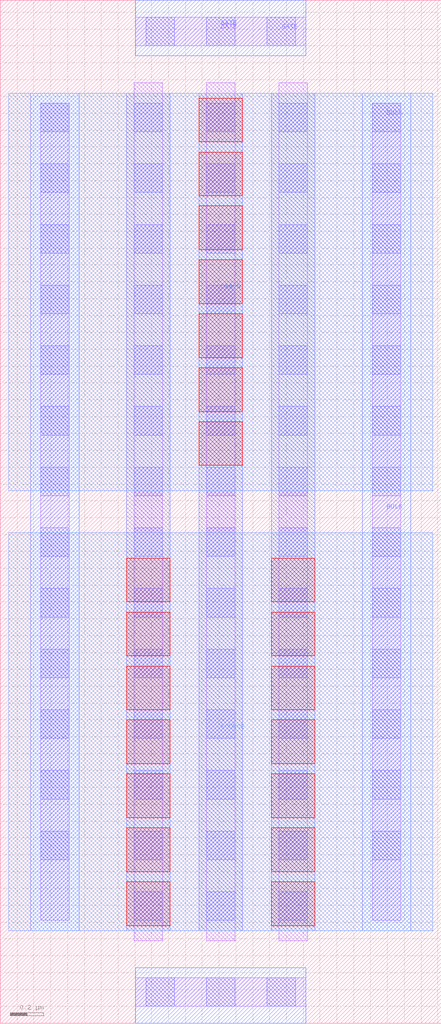
<source format=lef>
# Copyright 2020 The SkyWater PDK Authors
#
# Licensed under the Apache License, Version 2.0 (the "License");
# you may not use this file except in compliance with the License.
# You may obtain a copy of the License at
#
#     https://www.apache.org/licenses/LICENSE-2.0
#
# Unless required by applicable law or agreed to in writing, software
# distributed under the License is distributed on an "AS IS" BASIS,
# WITHOUT WARRANTIES OR CONDITIONS OF ANY KIND, either express or implied.
# See the License for the specific language governing permissions and
# limitations under the License.
#
# SPDX-License-Identifier: Apache-2.0

VERSION 5.7 ;
  NOWIREEXTENSIONATPIN ON ;
  DIVIDERCHAR "/" ;
  BUSBITCHARS "[]" ;
MACRO sky130_fd_pr__rf_pfet_01v8_aM02W5p00L0p15
  CLASS BLOCK ;
  FOREIGN sky130_fd_pr__rf_pfet_01v8_aM02W5p00L0p15 ;
  ORIGIN  0.000000  0.000000 ;
  SIZE  2.620000 BY  6.070000 ;
  PIN BULK
    ANTENNADIFFAREA  2.929000 ;
    PORT
      LAYER li1 ;
        RECT 0.240000 0.610000 0.410000 5.460000 ;
        RECT 2.210000 0.610000 2.380000 5.460000 ;
      LAYER mcon ;
        RECT 0.240000 0.970000 0.410000 1.140000 ;
        RECT 0.240000 1.330000 0.410000 1.500000 ;
        RECT 0.240000 1.690000 0.410000 1.860000 ;
        RECT 0.240000 2.050000 0.410000 2.220000 ;
        RECT 0.240000 2.410000 0.410000 2.580000 ;
        RECT 0.240000 2.770000 0.410000 2.940000 ;
        RECT 0.240000 3.130000 0.410000 3.300000 ;
        RECT 0.240000 3.490000 0.410000 3.660000 ;
        RECT 0.240000 3.850000 0.410000 4.020000 ;
        RECT 0.240000 4.210000 0.410000 4.380000 ;
        RECT 0.240000 4.570000 0.410000 4.740000 ;
        RECT 0.240000 4.930000 0.410000 5.100000 ;
        RECT 0.240000 5.290000 0.410000 5.460000 ;
        RECT 2.210000 0.970000 2.380000 1.140000 ;
        RECT 2.210000 1.330000 2.380000 1.500000 ;
        RECT 2.210000 1.690000 2.380000 1.860000 ;
        RECT 2.210000 2.050000 2.380000 2.220000 ;
        RECT 2.210000 2.410000 2.380000 2.580000 ;
        RECT 2.210000 2.770000 2.380000 2.940000 ;
        RECT 2.210000 3.130000 2.380000 3.300000 ;
        RECT 2.210000 3.490000 2.380000 3.660000 ;
        RECT 2.210000 3.850000 2.380000 4.020000 ;
        RECT 2.210000 4.210000 2.380000 4.380000 ;
        RECT 2.210000 4.570000 2.380000 4.740000 ;
        RECT 2.210000 4.930000 2.380000 5.100000 ;
        RECT 2.210000 5.290000 2.380000 5.460000 ;
    END
    PORT
      LAYER met1 ;
        RECT 0.180000 0.550000 0.470000 5.520000 ;
        RECT 2.150000 0.550000 2.440000 5.520000 ;
    END
  END BULK
  PIN DRAIN
    ANTENNADIFFAREA  1.414000 ;
    PORT
      LAYER met2 ;
        RECT 0.050000 3.160000 2.570000 5.520000 ;
    END
  END DRAIN
  PIN GATE
    ANTENNAGATEAREA  1.515000 ;
    PORT
      LAYER li1 ;
        RECT 0.805000 0.100000 1.815000 0.270000 ;
        RECT 0.805000 5.800000 1.815000 5.970000 ;
      LAYER mcon ;
        RECT 0.865000 0.100000 1.035000 0.270000 ;
        RECT 0.865000 5.800000 1.035000 5.970000 ;
        RECT 1.225000 0.100000 1.395000 0.270000 ;
        RECT 1.225000 5.800000 1.395000 5.970000 ;
        RECT 1.585000 0.100000 1.755000 0.270000 ;
        RECT 1.585000 5.800000 1.755000 5.970000 ;
    END
    PORT
      LAYER met1 ;
        RECT 0.805000 0.000000 1.815000 0.330000 ;
        RECT 0.805000 5.740000 1.815000 6.070000 ;
    END
  END GATE
  PIN SOURCE
    ANTENNADIFFAREA  2.828000 ;
    PORT
      LAYER met2 ;
        RECT 0.050000 0.550000 2.570000 2.910000 ;
    END
  END SOURCE
  OBS
    LAYER li1 ;
      RECT 0.795000 0.490000 0.965000 5.580000 ;
      RECT 1.225000 0.490000 1.395000 5.580000 ;
      RECT 1.655000 0.490000 1.825000 5.580000 ;
    LAYER mcon ;
      RECT 0.795000 0.610000 0.965000 0.780000 ;
      RECT 0.795000 0.970000 0.965000 1.140000 ;
      RECT 0.795000 1.330000 0.965000 1.500000 ;
      RECT 0.795000 1.690000 0.965000 1.860000 ;
      RECT 0.795000 2.050000 0.965000 2.220000 ;
      RECT 0.795000 2.410000 0.965000 2.580000 ;
      RECT 0.795000 2.770000 0.965000 2.940000 ;
      RECT 0.795000 3.130000 0.965000 3.300000 ;
      RECT 0.795000 3.490000 0.965000 3.660000 ;
      RECT 0.795000 3.850000 0.965000 4.020000 ;
      RECT 0.795000 4.210000 0.965000 4.380000 ;
      RECT 0.795000 4.570000 0.965000 4.740000 ;
      RECT 0.795000 4.930000 0.965000 5.100000 ;
      RECT 0.795000 5.290000 0.965000 5.460000 ;
      RECT 1.225000 0.610000 1.395000 0.780000 ;
      RECT 1.225000 0.970000 1.395000 1.140000 ;
      RECT 1.225000 1.330000 1.395000 1.500000 ;
      RECT 1.225000 1.690000 1.395000 1.860000 ;
      RECT 1.225000 2.050000 1.395000 2.220000 ;
      RECT 1.225000 2.410000 1.395000 2.580000 ;
      RECT 1.225000 2.770000 1.395000 2.940000 ;
      RECT 1.225000 3.130000 1.395000 3.300000 ;
      RECT 1.225000 3.490000 1.395000 3.660000 ;
      RECT 1.225000 3.850000 1.395000 4.020000 ;
      RECT 1.225000 4.210000 1.395000 4.380000 ;
      RECT 1.225000 4.570000 1.395000 4.740000 ;
      RECT 1.225000 4.930000 1.395000 5.100000 ;
      RECT 1.225000 5.290000 1.395000 5.460000 ;
      RECT 1.655000 0.610000 1.825000 0.780000 ;
      RECT 1.655000 0.970000 1.825000 1.140000 ;
      RECT 1.655000 1.330000 1.825000 1.500000 ;
      RECT 1.655000 1.690000 1.825000 1.860000 ;
      RECT 1.655000 2.050000 1.825000 2.220000 ;
      RECT 1.655000 2.410000 1.825000 2.580000 ;
      RECT 1.655000 2.770000 1.825000 2.940000 ;
      RECT 1.655000 3.130000 1.825000 3.300000 ;
      RECT 1.655000 3.490000 1.825000 3.660000 ;
      RECT 1.655000 3.850000 1.825000 4.020000 ;
      RECT 1.655000 4.210000 1.825000 4.380000 ;
      RECT 1.655000 4.570000 1.825000 4.740000 ;
      RECT 1.655000 4.930000 1.825000 5.100000 ;
      RECT 1.655000 5.290000 1.825000 5.460000 ;
    LAYER met1 ;
      RECT 0.750000 0.550000 1.010000 5.520000 ;
      RECT 1.180000 0.550000 1.440000 5.520000 ;
      RECT 1.610000 0.550000 1.870000 5.520000 ;
    LAYER via ;
      RECT 0.750000 0.580000 1.010000 0.840000 ;
      RECT 0.750000 0.900000 1.010000 1.160000 ;
      RECT 0.750000 1.220000 1.010000 1.480000 ;
      RECT 0.750000 1.540000 1.010000 1.800000 ;
      RECT 0.750000 1.860000 1.010000 2.120000 ;
      RECT 0.750000 2.180000 1.010000 2.440000 ;
      RECT 0.750000 2.500000 1.010000 2.760000 ;
      RECT 1.180000 3.310000 1.440000 3.570000 ;
      RECT 1.180000 3.630000 1.440000 3.890000 ;
      RECT 1.180000 3.950000 1.440000 4.210000 ;
      RECT 1.180000 4.270000 1.440000 4.530000 ;
      RECT 1.180000 4.590000 1.440000 4.850000 ;
      RECT 1.180000 4.910000 1.440000 5.170000 ;
      RECT 1.180000 5.230000 1.440000 5.490000 ;
      RECT 1.610000 0.580000 1.870000 0.840000 ;
      RECT 1.610000 0.900000 1.870000 1.160000 ;
      RECT 1.610000 1.220000 1.870000 1.480000 ;
      RECT 1.610000 1.540000 1.870000 1.800000 ;
      RECT 1.610000 1.860000 1.870000 2.120000 ;
      RECT 1.610000 2.180000 1.870000 2.440000 ;
      RECT 1.610000 2.500000 1.870000 2.760000 ;
  END
END sky130_fd_pr__rf_pfet_01v8_aM02W5p00L0p15
END LIBRARY

</source>
